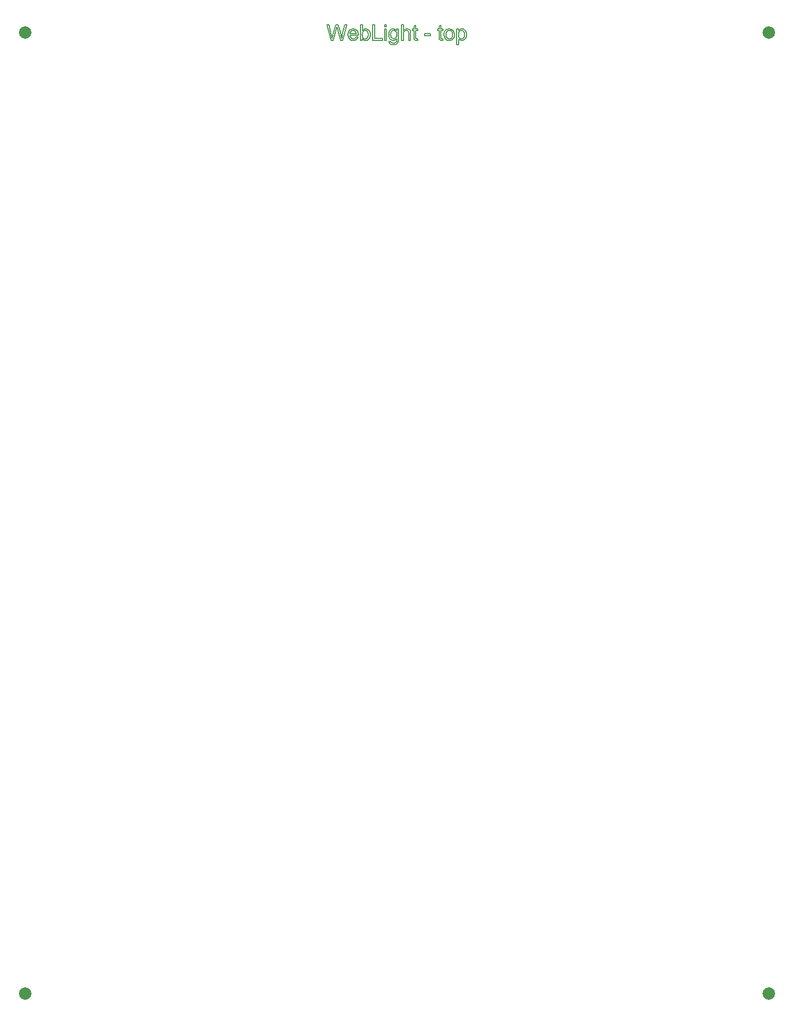
<source format=gtl>
%MOIN*%
%OFA0B0*%
%FSLAX44Y44*%
%IPPOS*%
%LPD*%
%ADD10C,0.07874015748031496*%
%ADD11C,0.0078740157480314977*%
D10*
X00007874Y00001968D03*
X00055118Y00001968D03*
X00055118Y00062992D03*
X00007874Y00062992D03*
D11*
X00027044Y00063483D02*
X00027178Y00063483D01*
X00027327Y00062838D01*
X00027369Y00062637D01*
X00027386Y00062708D01*
X00027399Y00062761D01*
X00027408Y00062798D01*
X00027413Y00062819D01*
X00027600Y00063483D01*
X00027757Y00063483D01*
X00027898Y00062985D01*
X00027944Y00062806D01*
X00027975Y00062637D01*
X00027997Y00062737D01*
X00028024Y00062851D01*
X00028178Y00063483D01*
X00028309Y00063483D01*
X00028039Y00062500D01*
X00027914Y00062500D01*
X00027706Y00063249D01*
X00027686Y00063325D01*
X00027676Y00063364D01*
X00027647Y00063249D01*
X00027438Y00062500D01*
X00027305Y00062500D01*
X00027044Y00063483D01*
X00029028Y00062714D02*
X00028985Y00062616D01*
X00028918Y00062544D01*
X00028827Y00062498D01*
X00028714Y00062483D01*
X00028574Y00062507D01*
X00028466Y00062580D01*
X00028398Y00062695D01*
X00028375Y00062850D01*
X00028398Y00063009D01*
X00028467Y00063129D01*
X00028574Y00063203D01*
X00028708Y00063228D01*
X00028837Y00063204D01*
X00028941Y00063131D01*
X00029009Y00063014D01*
X00029032Y00062857D01*
X00029031Y00062825D01*
X00028500Y00062825D01*
X00028519Y00062721D01*
X00028566Y00062645D01*
X00028633Y00062598D01*
X00028715Y00062583D01*
X00028776Y00062591D01*
X00028828Y00062618D01*
X00028870Y00062663D01*
X00028903Y00062729D01*
X00029028Y00062714D01*
X00028904Y00062924D02*
X00028889Y00063003D01*
X00028858Y00063059D01*
X00028792Y00063111D01*
X00028709Y00063129D01*
X00028632Y00063115D01*
X00028569Y00063073D01*
X00028525Y00063008D01*
X00028506Y00062924D01*
X00028904Y00062924D01*
X00029179Y00062500D02*
X00029179Y00063483D01*
X00029299Y00063483D01*
X00029299Y00063132D01*
X00029386Y00063204D01*
X00029495Y00063228D01*
X00029559Y00063222D01*
X00029619Y00063202D01*
X00029716Y00063127D01*
X00029775Y00063011D01*
X00029796Y00062866D01*
X00029774Y00062704D01*
X00029706Y00062583D01*
X00029606Y00062508D01*
X00029488Y00062483D01*
X00029429Y00062490D01*
X00029376Y00062510D01*
X00029330Y00062543D01*
X00029291Y00062589D01*
X00029291Y00062500D01*
X00029179Y00062500D01*
X00029298Y00062751D02*
X00029324Y00062676D01*
X00029391Y00062606D01*
X00029478Y00062583D01*
X00029552Y00062600D01*
X00029615Y00062651D01*
X00029659Y00062737D01*
X00029673Y00062856D01*
X00029659Y00062978D01*
X00029618Y00063062D01*
X00029556Y00063112D01*
X00029484Y00063129D01*
X00029410Y00063112D01*
X00029347Y00063060D01*
X00029304Y00062976D01*
X00029289Y00062861D01*
X00029298Y00062751D01*
X00029953Y00063483D02*
X00030084Y00063483D01*
X00030084Y00062616D01*
X00030568Y00062616D01*
X00030568Y00062500D01*
X00029953Y00062500D01*
X00029953Y00063483D01*
X00030708Y00063483D02*
X00030829Y00063483D01*
X00030829Y00063344D01*
X00030708Y00063344D01*
X00030708Y00063483D01*
X00030708Y00063212D02*
X00030829Y00063212D01*
X00030829Y00062500D01*
X00030708Y00062500D01*
X00030708Y00063212D01*
X00031108Y00062423D02*
X00031122Y00062376D01*
X00031149Y00062344D01*
X00031202Y00062319D01*
X00031272Y00062310D01*
X00031346Y00062319D01*
X00031401Y00062344D01*
X00031440Y00062384D01*
X00031463Y00062438D01*
X00031470Y00062495D01*
X00031472Y00062593D01*
X00031383Y00062523D01*
X00031274Y00062500D01*
X00031205Y00062506D01*
X00031144Y00062526D01*
X00031091Y00062559D01*
X00031047Y00062606D01*
X00030987Y00062722D01*
X00030967Y00062860D01*
X00030976Y00062958D01*
X00031003Y00063048D01*
X00031049Y00063124D01*
X00031110Y00063181D01*
X00031187Y00063216D01*
X00031275Y00063228D01*
X00031390Y00063203D01*
X00031483Y00063126D01*
X00031483Y00063212D01*
X00031595Y00063212D01*
X00031595Y00062596D01*
X00031586Y00062454D01*
X00031561Y00062360D01*
X00031517Y00062298D01*
X00031453Y00062251D01*
X00031371Y00062220D01*
X00031272Y00062210D01*
X00031157Y00062225D01*
X00031067Y00062268D01*
X00031008Y00062340D01*
X00030991Y00062440D01*
X00031108Y00062423D01*
X00031105Y00062747D02*
X00031146Y00062664D01*
X00031209Y00062616D01*
X00031286Y00062599D01*
X00031362Y00062615D01*
X00031425Y00062664D01*
X00031468Y00062746D01*
X00031482Y00062864D01*
X00031467Y00062979D01*
X00031424Y00063062D01*
X00031360Y00063112D01*
X00031284Y00063128D01*
X00031209Y00063112D01*
X00031147Y00063063D01*
X00031105Y00062981D01*
X00031091Y00062869D01*
X00031105Y00062747D01*
X00031777Y00063483D02*
X00031898Y00063483D01*
X00031898Y00063130D01*
X00031993Y00063204D01*
X00032111Y00063228D01*
X00032185Y00063220D01*
X00032249Y00063197D01*
X00032299Y00063160D01*
X00032332Y00063111D01*
X00032351Y00063043D01*
X00032357Y00062951D01*
X00032357Y00062500D01*
X00032237Y00062500D01*
X00032237Y00062951D01*
X00032227Y00063029D01*
X00032197Y00063083D01*
X00032150Y00063114D01*
X00032086Y00063124D01*
X00032034Y00063117D01*
X00031985Y00063096D01*
X00031945Y00063063D01*
X00031918Y00063021D01*
X00031903Y00062964D01*
X00031898Y00062889D01*
X00031898Y00062500D01*
X00031777Y00062500D01*
X00031777Y00063483D01*
X00032822Y00062501D02*
X00032731Y00062490D01*
X00032673Y00062495D01*
X00032629Y00062511D01*
X00032578Y00062566D01*
X00032567Y00062618D01*
X00032563Y00062708D01*
X00032563Y00063118D01*
X00032475Y00063118D01*
X00032475Y00063212D01*
X00032563Y00063212D01*
X00032563Y00063388D01*
X00032683Y00063461D01*
X00032683Y00063212D01*
X00032805Y00063212D01*
X00032805Y00063118D01*
X00032683Y00063118D01*
X00032683Y00062701D01*
X00032685Y00062659D01*
X00032690Y00062635D01*
X00032711Y00062612D01*
X00032752Y00062603D01*
X00032805Y00062608D01*
X00032822Y00062501D01*
X00033258Y00062916D02*
X00033629Y00062916D01*
X00033629Y00062795D01*
X00033258Y00062795D01*
X00033258Y00062916D01*
X00034425Y00062501D02*
X00034334Y00062490D01*
X00034276Y00062495D01*
X00034232Y00062511D01*
X00034181Y00062566D01*
X00034170Y00062618D01*
X00034166Y00062708D01*
X00034166Y00063118D01*
X00034078Y00063118D01*
X00034078Y00063212D01*
X00034166Y00063212D01*
X00034166Y00063388D01*
X00034286Y00063461D01*
X00034286Y00063212D01*
X00034408Y00063212D01*
X00034408Y00063118D01*
X00034286Y00063118D01*
X00034286Y00062701D01*
X00034288Y00062659D01*
X00034293Y00062635D01*
X00034313Y00062612D01*
X00034355Y00062603D01*
X00034408Y00062608D01*
X00034425Y00062501D01*
X00034488Y00062948D02*
X00034508Y00063028D01*
X00034543Y00063095D01*
X00034591Y00063149D01*
X00034693Y00063208D01*
X00034815Y00063228D01*
X00034948Y00063204D01*
X00035055Y00063132D01*
X00035125Y00063017D01*
X00035148Y00062866D01*
X00035138Y00062743D01*
X00035107Y00062649D01*
X00035057Y00062579D01*
X00034987Y00062527D01*
X00034905Y00062494D01*
X00034815Y00062483D01*
X00034680Y00062507D01*
X00034573Y00062579D01*
X00034504Y00062696D01*
X00034481Y00062856D01*
X00034488Y00062948D01*
X00034620Y00062736D02*
X00034665Y00062651D01*
X00034732Y00062600D01*
X00034815Y00062583D01*
X00034897Y00062600D01*
X00034965Y00062651D01*
X00035009Y00062738D01*
X00035024Y00062860D01*
X00035009Y00062976D01*
X00034964Y00063060D01*
X00034897Y00063111D01*
X00034815Y00063128D01*
X00034732Y00063111D01*
X00034665Y00063060D01*
X00034620Y00062975D01*
X00034605Y00062856D01*
X00034620Y00062736D01*
X00035290Y00063212D02*
X00035400Y00063212D01*
X00035400Y00063119D01*
X00035441Y00063167D01*
X00035488Y00063201D01*
X00035542Y00063221D01*
X00035607Y00063228D01*
X00035693Y00063216D01*
X00035768Y00063181D01*
X00035829Y00063125D01*
X00035873Y00063049D01*
X00035900Y00062959D01*
X00035909Y00062861D01*
X00035899Y00062757D01*
X00035869Y00062664D01*
X00035821Y00062587D01*
X00035755Y00062530D01*
X00035679Y00062495D01*
X00035598Y00062483D01*
X00035490Y00062509D01*
X00035411Y00062573D01*
X00035411Y00062226D01*
X00035290Y00062226D01*
X00035290Y00063212D01*
X00035413Y00062732D02*
X00035455Y00062648D01*
X00035517Y00062599D01*
X00035590Y00062583D01*
X00035665Y00062600D01*
X00035728Y00062651D01*
X00035771Y00062738D01*
X00035785Y00062862D01*
X00035771Y00062981D01*
X00035729Y00063066D01*
X00035668Y00063117D01*
X00035595Y00063134D01*
X00035523Y00063115D01*
X00035459Y00063061D01*
X00035414Y00062973D01*
X00035399Y00062852D01*
X00035413Y00062732D01*
M02*
</source>
